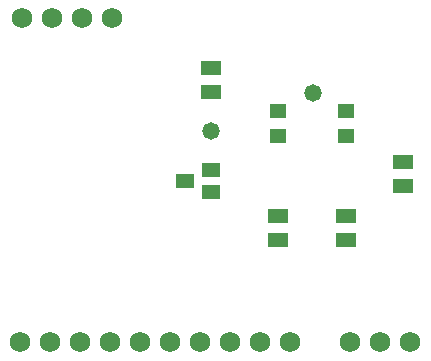
<source format=gts>
G04*
G04 #@! TF.GenerationSoftware,Altium Limited,Altium Designer,21.6.4 (81)*
G04*
G04 Layer_Color=8388736*
%FSLAX24Y24*%
%MOIN*%
G70*
G04*
G04 #@! TF.SameCoordinates,C872EA01-BEF4-4682-9824-B52BD61A81C0*
G04*
G04*
G04 #@! TF.FilePolarity,Negative*
G04*
G01*
G75*
%ADD14R,0.0552X0.0513*%
%ADD15R,0.0680X0.0480*%
%ADD16R,0.0631X0.0474*%
%ADD17C,0.0680*%
%ADD18C,0.0580*%
D14*
X12450Y8123D02*
D03*
Y8950D02*
D03*
X10200D02*
D03*
Y8123D02*
D03*
D15*
X7950Y10400D02*
D03*
Y9600D02*
D03*
X14350Y7250D02*
D03*
Y6450D02*
D03*
X12450Y5450D02*
D03*
Y4650D02*
D03*
X10200Y5450D02*
D03*
Y4650D02*
D03*
D16*
X7950Y6250D02*
D03*
X7084Y6624D02*
D03*
X7950Y6998D02*
D03*
D17*
X14600Y1250D02*
D03*
X13600D02*
D03*
X12600D02*
D03*
X10600D02*
D03*
X9600D02*
D03*
X8600D02*
D03*
X7600D02*
D03*
X6600D02*
D03*
X5600D02*
D03*
X4600D02*
D03*
X3600D02*
D03*
X2600D02*
D03*
X1600D02*
D03*
X4650Y12050D02*
D03*
X3650D02*
D03*
X2650D02*
D03*
X1650D02*
D03*
D18*
X7950Y8300D02*
D03*
X11350Y9550D02*
D03*
M02*

</source>
